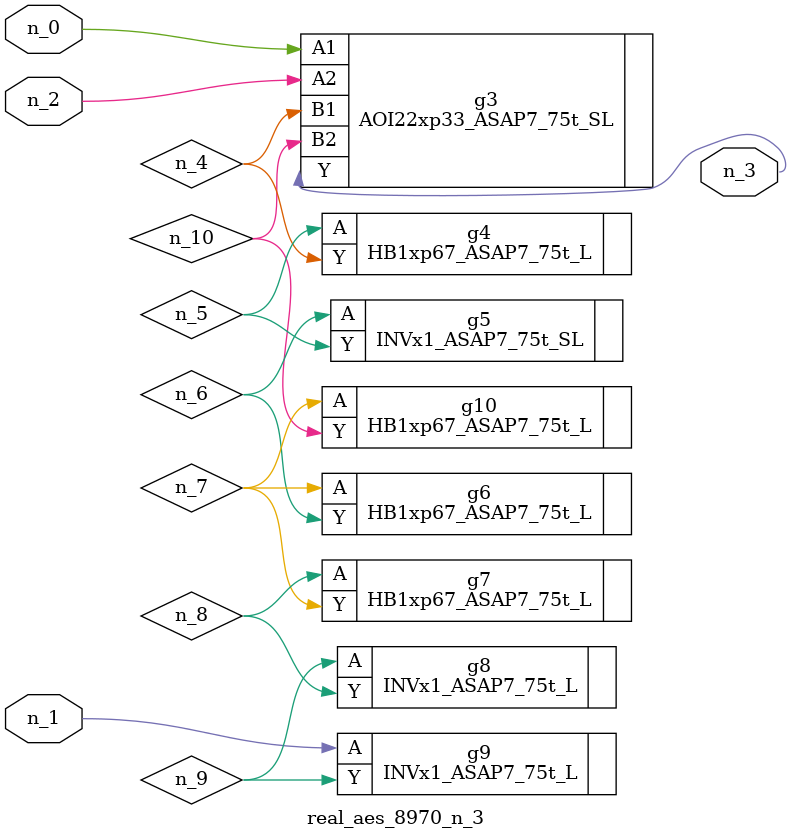
<source format=v>
module real_aes_8970_n_3 (n_0, n_2, n_1, n_3);
input n_0;
input n_2;
input n_1;
output n_3;
wire n_4;
wire n_5;
wire n_7;
wire n_8;
wire n_6;
wire n_9;
wire n_10;
AOI22xp33_ASAP7_75t_SL g3 ( .A1(n_0), .A2(n_2), .B1(n_4), .B2(n_10), .Y(n_3) );
INVx1_ASAP7_75t_L g9 ( .A(n_1), .Y(n_9) );
HB1xp67_ASAP7_75t_L g4 ( .A(n_5), .Y(n_4) );
INVx1_ASAP7_75t_SL g5 ( .A(n_6), .Y(n_5) );
HB1xp67_ASAP7_75t_L g6 ( .A(n_7), .Y(n_6) );
HB1xp67_ASAP7_75t_L g10 ( .A(n_7), .Y(n_10) );
HB1xp67_ASAP7_75t_L g7 ( .A(n_8), .Y(n_7) );
INVx1_ASAP7_75t_L g8 ( .A(n_9), .Y(n_8) );
endmodule
</source>
